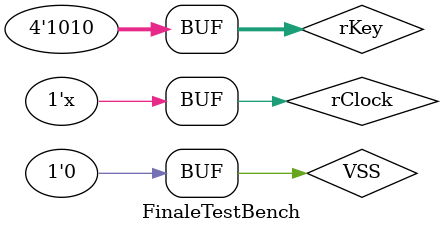
<source format=v>
`timescale 1us / 1ps


module FinaleTestBench();
    
    reg rClock;
    reg[3:0] rKey;
    wire wShut;
    wire[3:0] wA, wB, wC, wD;
    supply0 VSS;
    
    Finale FinalTest
    (
        .wClock(rClock),
        .wReset(VSS),
        .wKey(rKey),
        .rNuit(wShut),
        .wMoneyH(wA),
        .wMoneyL(wB),
        .wTimeH(wC),
        .wTimeL(wD)
    );
    
    initial
    begin
        rClock = 0;
        rKey = 10;
        #10000 
        rKey = 7;
        #5000
        rKey = 15;
        #5000
        rKey = 2;
        #5000
        rKey = 3;
        #5000
        rKey = 14;
        #5000
        rKey = 1;
        #5000
        rKey = 5;
        #5000
        rKey = 13;
        #5000
        rKey = 10;
    end
   
    always #100 rClock <= ~rClock;
endmodule

</source>
